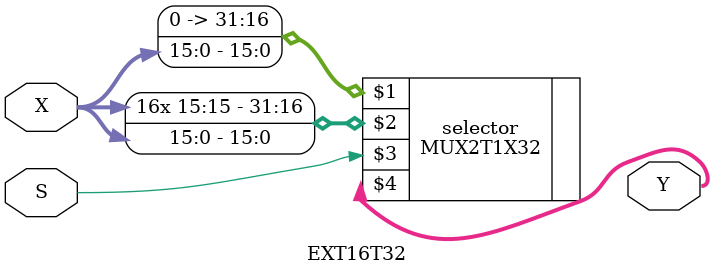
<source format=v>
`timescale 1ns / 1ps

module EXT16T32(
    input [15: 0] X,
    input S,
    output [31: 0] Y);
    MUX2T1X32 selector({16'b0, X}, {{16{X[15]}}, X}, S, Y);
endmodule

</source>
